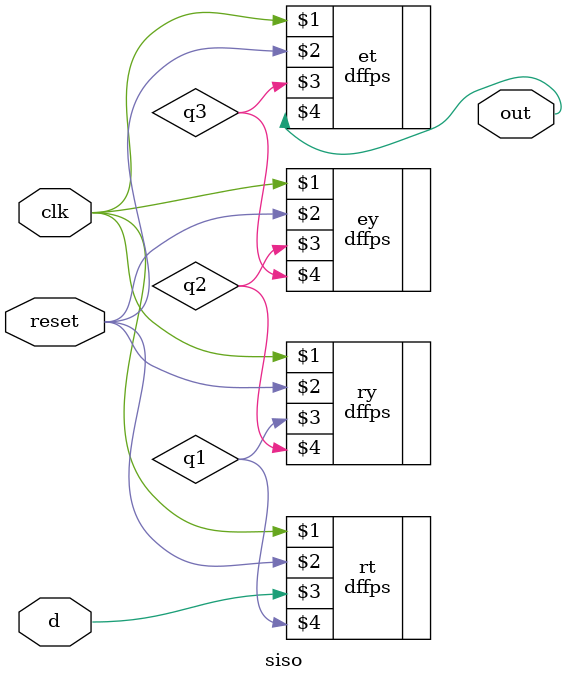
<source format=v>
module siso (input clk,reset,d,output   out);
wire q1,q2,q3;
dffps  rt (clk,reset,d,q1);
dffps ry (clk,reset,q1,q2);
dffps ey(clk,reset,q2,q3);
dffps et (clk,reset,q3,out);
endmodule

</source>
